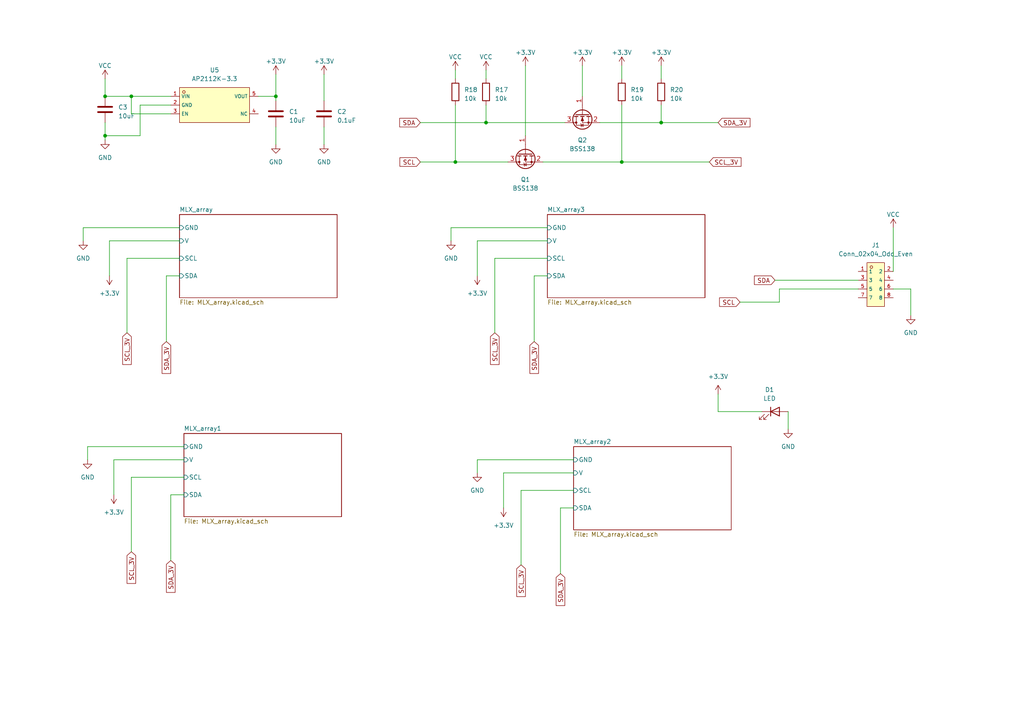
<source format=kicad_sch>
(kicad_sch (version 20230121) (generator eeschema)
  (paper "A4")
  (lib_symbols
    (symbol "Device:C" (pin_numbers hide) (pin_names (offset 0.254))
      (property "Reference" "C" (at 0.635 2.54 0))
      (property "Value" "C" (at 0.635 -2.54 0))
      (symbol "C_0_1"
        (polyline (pts (xy -2.032 -0.762) (xy 2.032 -0.762)) (stroke (width 0.508)))
        (polyline (pts (xy -2.032 0.762) (xy 2.032 0.762)) (stroke (width 0.508)))
      )
      (symbol "C_1_1"
        (pin passive line (at 0 3.81 270) (length 2.794) (name "~") (number "1"))
        (pin passive line (at 0 -3.81 90) (length 2.794) (name "~") (number "2"))
      )
    )
    (symbol "Device:LED" (pin_numbers hide) (pin_names (offset 1.016) hide)
      (property "Reference" "D" (at 0 2.54 0))
      (property "Value" "LED" (at 0 -2.54 0))
      (symbol "LED_0_1"
        (polyline (pts (xy -1.27 -1.27) (xy -1.27 1.27)) (stroke (width 0.254)))
        (polyline (pts (xy -1.27 0) (xy 1.27 0)))
        (polyline (pts (xy 1.27 -1.27) (xy 1.27 1.27) (xy -1.27 0) (xy 1.27 -1.27)) (stroke (width 0.254)))
        (polyline (pts (xy -3.048 -0.762) (xy -4.572 -2.286) (xy -3.81 -2.286) (xy -4.572 -2.286) (xy -4.572 -1.524)))
        (polyline (pts (xy -1.778 -0.762) (xy -3.302 -2.286) (xy -2.54 -2.286) (xy -3.302 -2.286) (xy -3.302 -1.524)))
      )
      (symbol "LED_1_1"
        (pin passive line (at -3.81 0 0) (length 2.54) (name "K") (number "1"))
        (pin passive line (at 3.81 0 180) (length 2.54) (name "A") (number "2"))
      )
    )
    (symbol "Device:R" (pin_numbers hide) (pin_names (offset 0))
      (property "Reference" "R" (at 2.032 0 90))
      (property "Value" "R" (at 0 0 90))
      (symbol "R_0_1"
        (rectangle (start -1.016 -2.54) (end 1.016 2.54) (stroke (width 0.254)))
      )
      (symbol "R_1_1"
        (pin passive line (at 0 3.81 270) (length 1.27) (name "~") (number "1"))
        (pin passive line (at 0 -3.81 90) (length 1.27) (name "~") (number "2"))
      )
    )
    (symbol "JLCPCB:AP2112K-3_3TRG1"
      (property "Reference" "U" (at 0 1.27 0))
      (property "Value" "AP2112K-3_3TRG1" (at 0 -2.54 0))
      (symbol "AP2112K-3_3TRG1_0_1"
        (rectangle (start -10.16 5.08) (end 10.16 -5.08) (fill (type background)))
        (circle (center -8.89 3.81) (radius 0.381) (fill (type background)))
        (pin unspecified line (at -12.7 2.54 0) (length 2.54) (name "VIN") (number "1"))
        (pin unspecified line (at -12.7 0 0) (length 2.54) (name "GND") (number "2"))
        (pin unspecified line (at -12.7 -2.54 0) (length 2.54) (name "EN") (number "3"))
        (pin unspecified line (at 12.7 -2.54 180) (length 2.54) (name "NC") (number "4"))
        (pin unspecified line (at 12.7 2.54 180) (length 2.54) (name "VOUT") (number "5"))
      )
    )
    (symbol "JLCPCB:PZ254-2-04-WS"
      (property "Reference" "U" (at 0 1.27 0))
      (property "Value" "PZ254-2-04-WS" (at 0 -2.54 0))
      (symbol "PZ254-2-04-WS_0_1"
        (rectangle (start -2.54 6.35) (end 2.54 -6.35) (fill (type background)))
        (circle (center -1.27 5.08) (radius 0.381) (fill (type background)))
        (pin unspecified line (at -5.08 3.81 0) (length 2.54) (name "1") (number "1"))
        (pin unspecified line (at 5.08 3.81 180) (length 2.54) (name "2") (number "2"))
        (pin unspecified line (at -5.08 1.27 0) (length 2.54) (name "3") (number "3"))
        (pin unspecified line (at 5.08 1.27 180) (length 2.54) (name "4") (number "4"))
        (pin unspecified line (at -5.08 -1.27 0) (length 2.54) (name "5") (number "5"))
        (pin unspecified line (at 5.08 -1.27 180) (length 2.54) (name "6") (number "6"))
        (pin unspecified line (at -5.08 -3.81 0) (length 2.54) (name "7") (number "7"))
        (pin unspecified line (at 5.08 -3.81 180) (length 2.54) (name "8") (number "8"))
      )
    )
    (symbol "Transistor_FET:BSS138" (pin_names hide)
      (property "Reference" "Q" (at 5.08 1.905 0))
      (property "Value" "BSS138" (at 5.08 0 0))
      (symbol "BSS138_0_1"
        (polyline (pts (xy 0.254 0) (xy -2.54 0)))
        (polyline (pts (xy 0.254 1.905) (xy 0.254 -1.905)) (stroke (width 0.254)))
        (polyline (pts (xy 0.762 -1.27) (xy 0.762 -2.286)) (stroke (width 0.254)))
        (polyline (pts (xy 0.762 0.508) (xy 0.762 -0.508)) (stroke (width 0.254)))
        (polyline (pts (xy 0.762 2.286) (xy 0.762 1.27)) (stroke (width 0.254)))
        (polyline (pts (xy 2.54 2.54) (xy 2.54 1.778)))
        (polyline (pts (xy 2.54 -2.54) (xy 2.54 0) (xy 0.762 0)))
        (polyline (pts (xy 0.762 -1.778) (xy 3.302 -1.778) (xy 3.302 1.778) (xy 0.762 1.778)))
        (polyline (pts (xy 1.016 0) (xy 2.032 0.381) (xy 2.032 -0.381) (xy 1.016 0)) (fill (type outline)))
        (polyline (pts (xy 2.794 0.508) (xy 2.921 0.381) (xy 3.683 0.381) (xy 3.81 0.254)))
        (polyline (pts (xy 3.302 0.381) (xy 2.921 -0.254) (xy 3.683 -0.254) (xy 3.302 0.381)))
        (circle (center 1.651 0) (radius 2.794) (stroke (width 0.254)))
        (circle (center 2.54 -1.778) (radius 0.254) (fill (type outline)))
        (circle (center 2.54 1.778) (radius 0.254) (fill (type outline)))
      )
      (symbol "BSS138_1_1"
        (pin input line (at -5.08 0 0) (length 2.54) (name "G") (number "1"))
        (pin passive line (at 2.54 -5.08 90) (length 2.54) (name "S") (number "2"))
        (pin passive line (at 2.54 5.08 270) (length 2.54) (name "D") (number "3"))
      )
    )
    (symbol "power:+3.3V" (power) (pin_names (offset 0))
      (property "Value" "+3.3V" (at 0 3.556 0))
      (symbol "+3.3V_0_1"
        (polyline (pts (xy -0.762 1.27) (xy 0 2.54)))
        (polyline (pts (xy 0 0) (xy 0 2.54)))
        (polyline (pts (xy 0 2.54) (xy 0.762 1.27)))
      )
      (symbol "+3.3V_1_1"
        (pin power_in line (at 0 0 90) (length 0) hide (name "+3.3V") (number "1"))
      )
    )
    (symbol "power:GND" (power) (pin_names (offset 0))
      (property "Value" "GND" (at 0 -3.81 0))
      (symbol "GND_0_1"
        (polyline (pts (xy 0 0) (xy 0 -1.27) (xy 1.27 -1.27) (xy 0 -2.54) (xy -1.27 -1.27) (xy 0 -1.27)))
      )
      (symbol "GND_1_1"
        (pin power_in line (at 0 0 270) (length 0) hide (name "GND") (number "1"))
      )
    )
    (symbol "power:VCC" (power) (pin_names (offset 0))
      (property "Value" "VCC" (at 0 3.81 0))
      (symbol "VCC_0_1"
        (polyline (pts (xy -0.762 1.27) (xy 0 2.54)))
        (polyline (pts (xy 0 0) (xy 0 2.54)))
        (polyline (pts (xy 0 2.54) (xy 0.762 1.27)))
      )
      (symbol "VCC_1_1"
        (pin power_in line (at 0 0 90) (length 0) hide (name "VCC") (number "1"))
      )
    )
  )
  (junction (at 180.34 46.99))
  (junction (at 191.77 35.56))
  (junction (at 30.48 27.94))
  (junction (at 30.48 39.37))
  (junction (at 140.97 35.56))
  (junction (at 80.01 27.94))
  (junction (at 38.1 27.94))
  (junction (at 132.08 46.99))
  (wire (pts (xy 30.48 35.56) (xy 30.48 39.37)))
  (wire (pts (xy 49.53 143.51) (xy 49.53 162.56)))
  (wire (pts (xy 224.79 81.28) (xy 248.92 81.28)))
  (wire (pts (xy 226.06 83.82) (xy 248.92 83.82)))
  (wire (pts (xy 208.28 119.38) (xy 220.98 119.38)))
  (wire (pts (xy 80.01 21.59) (xy 80.01 27.94)))
  (wire (pts (xy 180.34 30.48) (xy 180.34 46.99)))
  (wire (pts (xy 158.75 69.85) (xy 138.43 69.85)))
  (wire (pts (xy 191.77 30.48) (xy 191.77 35.56)))
  (wire (pts (xy 166.37 137.16) (xy 146.05 137.16)))
  (wire (pts (xy 140.97 20.32) (xy 140.97 22.86)))
  (wire (pts (xy 138.43 133.35) (xy 138.43 137.16)))
  (wire (pts (xy 40.64 39.37) (xy 30.48 39.37)))
  (wire (pts (xy 140.97 35.56) (xy 140.97 30.48)))
  (wire (pts (xy 158.75 80.01) (xy 154.94 80.01)))
  (wire (pts (xy 48.26 80.01) (xy 48.26 99.06)))
  (wire (pts (xy 53.34 133.35) (xy 33.02 133.35)))
  (wire (pts (xy 138.43 69.85) (xy 138.43 80.01)))
  (wire (pts (xy 38.1 33.02) (xy 38.1 27.94)))
  (wire (pts (xy 146.05 137.16) (xy 146.05 147.32)))
  (wire (pts (xy 166.37 142.24) (xy 151.13 142.24)))
  (wire (pts (xy 74.93 27.94) (xy 80.01 27.94)))
  (wire (pts (xy 180.34 19.05) (xy 180.34 22.86)))
  (wire (pts (xy 49.53 33.02) (xy 38.1 33.02)))
  (wire (pts (xy 132.08 20.32) (xy 132.08 22.86)))
  (wire (pts (xy 191.77 35.56) (xy 208.28 35.56)))
  (wire (pts (xy 259.08 66.04) (xy 259.08 78.74)))
  (wire (pts (xy 53.34 129.54) (xy 25.4 129.54)))
  (wire (pts (xy 166.37 133.35) (xy 138.43 133.35)))
  (wire (pts (xy 191.77 19.05) (xy 191.77 22.86)))
  (wire (pts (xy 158.75 74.93) (xy 143.51 74.93)))
  (wire (pts (xy 49.53 30.48) (xy 40.64 30.48)))
  (wire (pts (xy 30.48 27.94) (xy 38.1 27.94)))
  (wire (pts (xy 158.75 66.04) (xy 130.81 66.04)))
  (wire (pts (xy 259.08 83.82) (xy 264.16 83.82)))
  (wire (pts (xy 52.07 69.85) (xy 31.75 69.85)))
  (wire (pts (xy 214.63 87.63) (xy 226.06 87.63)))
  (wire (pts (xy 36.83 74.93) (xy 36.83 96.52)))
  (wire (pts (xy 226.06 87.63) (xy 226.06 83.82)))
  (wire (pts (xy 52.07 66.04) (xy 24.13 66.04)))
  (wire (pts (xy 52.07 74.93) (xy 36.83 74.93)))
  (wire (pts (xy 31.75 69.85) (xy 31.75 80.01)))
  (wire (pts (xy 154.94 80.01) (xy 154.94 99.06)))
  (wire (pts (xy 38.1 138.43) (xy 38.1 160.02)))
  (wire (pts (xy 180.34 46.99) (xy 205.74 46.99)))
  (wire (pts (xy 80.01 36.83) (xy 80.01 41.91)))
  (wire (pts (xy 264.16 83.82) (xy 264.16 91.44)))
  (wire (pts (xy 163.83 35.56) (xy 140.97 35.56)))
  (wire (pts (xy 25.4 129.54) (xy 25.4 133.35)))
  (wire (pts (xy 228.6 119.38) (xy 228.6 124.46)))
  (wire (pts (xy 132.08 46.99) (xy 132.08 30.48)))
  (wire (pts (xy 191.77 35.56) (xy 173.99 35.56)))
  (wire (pts (xy 168.91 19.05) (xy 168.91 27.94)))
  (wire (pts (xy 166.37 147.32) (xy 162.56 147.32)))
  (wire (pts (xy 80.01 27.94) (xy 80.01 29.21)))
  (wire (pts (xy 53.34 143.51) (xy 49.53 143.51)))
  (wire (pts (xy 53.34 138.43) (xy 38.1 138.43)))
  (wire (pts (xy 30.48 39.37) (xy 30.48 40.64)))
  (wire (pts (xy 93.98 36.83) (xy 93.98 41.91)))
  (wire (pts (xy 143.51 74.93) (xy 143.51 96.52)))
  (wire (pts (xy 121.92 46.99) (xy 132.08 46.99)))
  (wire (pts (xy 162.56 147.32) (xy 162.56 166.37)))
  (wire (pts (xy 147.32 46.99) (xy 132.08 46.99)))
  (wire (pts (xy 33.02 133.35) (xy 33.02 143.51)))
  (wire (pts (xy 52.07 80.01) (xy 48.26 80.01)))
  (wire (pts (xy 38.1 27.94) (xy 49.53 27.94)))
  (wire (pts (xy 152.4 19.05) (xy 152.4 39.37)))
  (wire (pts (xy 40.64 30.48) (xy 40.64 39.37)))
  (wire (pts (xy 93.98 21.59) (xy 93.98 29.21)))
  (wire (pts (xy 151.13 142.24) (xy 151.13 163.83)))
  (wire (pts (xy 121.92 35.56) (xy 140.97 35.56)))
  (wire (pts (xy 30.48 22.86) (xy 30.48 27.94)))
  (wire (pts (xy 24.13 66.04) (xy 24.13 69.85)))
  (wire (pts (xy 130.81 66.04) (xy 130.81 69.85)))
  (wire (pts (xy 180.34 46.99) (xy 157.48 46.99)))
  (wire (pts (xy 208.28 114.3) (xy 208.28 119.38)))
  (global_label "SDA_3V" (shape input) (at 48.26 99.06 270) (property "Intersheetrefs" "${INTERSHEET_REFS}" (effects hide)))
  (global_label "SCL" (shape input) (at 214.63 87.63 180) (property "Intersheetrefs" "${INTERSHEET_REFS}" (effects hide)))
  (global_label "SDA_3V" (shape input) (at 49.53 162.56 270) (property "Intersheetrefs" "${INTERSHEET_REFS}" (effects hide)))
  (global_label "SCL_3V" (shape input) (at 36.83 96.52 270) (property "Intersheetrefs" "${INTERSHEET_REFS}" (effects hide)))
  (global_label "SDA_3V" (shape input) (at 162.56 166.37 270) (property "Intersheetrefs" "${INTERSHEET_REFS}" (effects hide)))
  (global_label "SCL" (shape input) (at 121.92 46.99 180) (property "Intersheetrefs" "${INTERSHEET_REFS}" (effects hide)))
  (global_label "SCL_3V" (shape input) (at 143.51 96.52 270) (property "Intersheetrefs" "${INTERSHEET_REFS}" (effects hide)))
  (global_label "SDA" (shape input) (at 224.79 81.28 180) (property "Intersheetrefs" "${INTERSHEET_REFS}" (effects hide)))
  (global_label "SDA_3V" (shape input) (at 154.94 99.06 270) (property "Intersheetrefs" "${INTERSHEET_REFS}" (effects hide)))
  (global_label "SCL_3V" (shape input) (at 38.1 160.02 270) (property "Intersheetrefs" "${INTERSHEET_REFS}" (effects hide)))
  (global_label "SDA_3V" (shape input) (at 208.28 35.56 0) (property "Intersheetrefs" "${INTERSHEET_REFS}" (effects hide)))
  (global_label "SCL_3V" (shape input) (at 151.13 163.83 270) (property "Intersheetrefs" "${INTERSHEET_REFS}" (effects hide)))
  (global_label "SDA" (shape input) (at 121.92 35.56 180) (property "Intersheetrefs" "${INTERSHEET_REFS}" (effects hide)))
  (global_label "SCL_3V" (shape input) (at 205.74 46.99 0) (property "Intersheetrefs" "${INTERSHEET_REFS}" (effects hide)))
  (symbol (lib_id "power:+3.3V") (at 80.01 21.59 0) (unit 1)
    (property "Reference" "#PWR015" (effects hide))
    (property "Value" "+3.3V" (at 80.01 17.78 0))
  )
  (symbol (lib_id "power:+3.3V") (at 31.75 80.01 180) (unit 1)
    (property "Reference" "#PWR09" (effects hide))
    (property "Value" "+3.3V" (at 31.75 85.09 0))
  )
  (symbol (lib_id "Device:R") (at 180.34 26.67 0) (unit 1)
    (property "Reference" "R19" (at 182.88 26.035 0) (effects (justify left)))
    (property "Value" "10k" (at 182.88 28.575 0) (effects (justify left)))
    (property "Footprint" "Resistor_SMD:R_0603_1608Metric" (effects hide))
    (property "LCSC" "C13564" (effects hide))
  )
  (symbol (lib_id "power:+3.3V") (at 152.4 19.05 0) (unit 1)
    (property "Reference" "#PWR028" (effects hide))
    (property "Value" "+3.3V" (at 152.4 15.24 0))
  )
  (symbol (lib_id "Device:R") (at 132.08 26.67 0) (unit 1)
    (property "Reference" "R18" (at 134.62 26.035 0) (effects (justify left)))
    (property "Value" "10k" (at 134.62 28.575 0) (effects (justify left)))
    (property "Footprint" "Resistor_SMD:R_0603_1608Metric" (effects hide))
    (property "LCSC" "C13564" (effects hide))
  )
  (symbol (lib_id "power:GND") (at 264.16 91.44 0) (unit 1)
    (property "Reference" "#PWR033" (effects hide))
    (property "Value" "GND" (at 264.16 96.52 0))
  )
  (symbol (lib_id "power:GND") (at 80.01 41.91 0) (unit 1)
    (property "Reference" "#PWR022" (effects hide))
    (property "Value" "GND" (at 80.01 46.99 0))
  )
  (symbol (lib_id "JLCPCB:PZ254-2-04-WS") (at 254 82.55 0) (unit 1)
    (property "Reference" "J1" (at 254 71.12 0))
    (property "Value" "Conn_02x04_Odd_Even" (at 254 73.66 0))
    (property "Footprint" "JLCPCB:HDR-SMD_8P-P2.54-H-M-R2-C4_2" (effects hide))
    (property "Datasheet" "https://atta.szlcsc.com/upload/public/pdf/source/20220914/7DA156E2DF93CE0A99D7406FDCB0C9E6.pdf" (effects hide))
    (property "LCSC" "C5149354" (effects hide))
  )
  (symbol (lib_id "power:+3.3V") (at 168.91 19.05 0) (unit 1)
    (property "Reference" "#PWR029" (effects hide))
    (property "Value" "+3.3V" (at 168.91 15.24 0))
  )
  (symbol (lib_id "power:+3.3V") (at 208.28 114.3 0) (unit 1)
    (property "Reference" "#PWR014" (effects hide))
    (property "Value" "+3.3V" (at 208.28 109.22 0))
  )
  (symbol (lib_id "power:+3.3V") (at 191.77 19.05 0) (unit 1)
    (property "Reference" "#PWR031" (effects hide))
    (property "Value" "+3.3V" (at 191.77 15.24 0))
  )
  (symbol (lib_id "power:GND") (at 228.6 124.46 0) (unit 1)
    (property "Reference" "#PWR05" (effects hide))
    (property "Value" "GND" (at 228.6 129.54 0))
  )
  (symbol (lib_id "power:VCC") (at 140.97 20.32 0) (unit 1)
    (property "Reference" "#PWR027" (effects hide))
    (property "Value" "VCC" (at 140.97 16.51 0))
  )
  (symbol (lib_id "Transistor_FET:BSS138") (at 168.91 33.02 90) (mirror x) (unit 1)
    (property "Reference" "Q2" (at 168.91 40.64 90))
    (property "Value" "BSS138" (at 168.91 43.18 90))
    (property "Footprint" "Package_TO_SOT_SMD:SOT-23" (effects hide))
    (property "Datasheet" "https://www.onsemi.com/pub/Collateral/BSS138-D.PDF" (effects hide))
    (property "LCSC" "C75547" (effects hide))
  )
  (symbol (lib_id "Device:C") (at 93.98 33.02 0) (unit 1)
    (property "Reference" "C2" (at 97.79 32.385 0) (effects (justify left)))
    (property "Value" "0.1uF" (at 97.79 34.925 0) (effects (justify left)))
    (property "Footprint" "Capacitor_SMD:C_0603_1608Metric" (effects hide))
    (property "LCSC" "C1590" (effects hide))
  )
  (symbol (lib_id "power:GND") (at 93.98 41.91 0) (unit 1)
    (property "Reference" "#PWR025" (effects hide))
    (property "Value" "GND" (at 93.98 46.99 0))
  )
  (symbol (lib_id "Device:LED") (at 224.79 119.38 0) (unit 1)
    (property "Reference" "D1" (at 223.2025 113.03 0))
    (property "Value" "LED" (at 223.2025 115.57 0))
    (property "Footprint" "LED_SMD:LED_0603_1608Metric" (effects hide))
  )
  (symbol (lib_id "power:GND") (at 130.81 69.85 0) (unit 1)
    (property "Reference" "#PWR099" (effects hide))
    (property "Value" "GND" (at 130.81 74.93 0))
  )
  (symbol (lib_id "Device:C") (at 80.01 33.02 0) (unit 1)
    (property "Reference" "C1" (at 83.82 32.385 0) (effects (justify left)))
    (property "Value" "10uF" (at 83.82 34.925 0) (effects (justify left)))
    (property "Footprint" "Capacitor_SMD:C_0603_1608Metric" (effects hide))
    (property "LCSC" "C19702" (effects hide))
  )
  (symbol (lib_id "power:GND") (at 25.4 133.35 0) (unit 1)
    (property "Reference" "#PWR023" (effects hide))
    (property "Value" "GND" (at 25.4 138.43 0))
  )
  (symbol (lib_id "power:VCC") (at 259.08 66.04 0) (unit 1)
    (property "Reference" "#PWR032" (effects hide))
    (property "Value" "VCC" (at 259.08 62.23 0))
  )
  (symbol (lib_id "power:GND") (at 24.13 69.85 0) (unit 1)
    (property "Reference" "#PWR06" (effects hide))
    (property "Value" "GND" (at 24.13 74.93 0))
  )
  (symbol (lib_id "Device:R") (at 191.77 26.67 0) (unit 1)
    (property "Reference" "R20" (at 194.31 26.035 0) (effects (justify left)))
    (property "Value" "10k" (at 194.31 28.575 0) (effects (justify left)))
    (property "Footprint" "Resistor_SMD:R_0603_1608Metric" (effects hide))
    (property "LCSC" "C13564" (effects hide))
  )
  (symbol (lib_id "Device:R") (at 140.97 26.67 0) (unit 1)
    (property "Reference" "R17" (at 143.51 26.035 0) (effects (justify left)))
    (property "Value" "10k" (at 143.51 28.575 0) (effects (justify left)))
    (property "Footprint" "Resistor_SMD:R_0603_1608Metric" (effects hide))
    (property "LCSC" "C13564" (effects hide))
  )
  (symbol (lib_id "power:VCC") (at 132.08 20.32 0) (unit 1)
    (property "Reference" "#PWR026" (effects hide))
    (property "Value" "VCC" (at 132.08 16.51 0))
  )
  (symbol (lib_id "power:+3.3V") (at 138.43 80.01 180) (unit 1)
    (property "Reference" "#PWR0100" (effects hide))
    (property "Value" "+3.3V" (at 138.43 85.09 0))
  )
  (symbol (lib_id "power:+3.3V") (at 93.98 21.59 0) (unit 1)
    (property "Reference" "#PWR016" (effects hide))
    (property "Value" "+3.3V" (at 93.98 17.78 0))
  )
  (symbol (lib_id "power:GND") (at 138.43 137.16 0) (unit 1)
    (property "Reference" "#PWR071" (effects hide))
    (property "Value" "GND" (at 138.43 142.24 0))
  )
  (symbol (lib_id "power:GND") (at 30.48 40.64 0) (unit 1)
    (property "Reference" "#PWR021" (effects hide))
    (property "Value" "GND" (at 30.48 45.72 0))
  )
  (symbol (lib_id "power:+3.3V") (at 180.34 19.05 0) (unit 1)
    (property "Reference" "#PWR030" (effects hide))
    (property "Value" "+3.3V" (at 180.34 15.24 0))
  )
  (symbol (lib_id "power:+3.3V") (at 33.02 143.51 180) (unit 1)
    (property "Reference" "#PWR038" (effects hide))
    (property "Value" "+3.3V" (at 33.02 148.59 0))
  )
  (symbol (lib_id "Transistor_FET:BSS138") (at 152.4 44.45 90) (mirror x) (unit 1)
    (property "Reference" "Q1" (at 152.4 52.07 90))
    (property "Value" "BSS138" (at 152.4 54.61 90))
    (property "Footprint" "Package_TO_SOT_SMD:SOT-23" (effects hide))
    (property "Datasheet" "https://www.onsemi.com/pub/Collateral/BSS138-D.PDF" (effects hide))
    (property "LCSC" "C75547" (effects hide))
  )
  (symbol (lib_id "JLCPCB:AP2112K-3_3TRG1") (at 62.23 30.48 0) (unit 1)
    (property "Reference" "U5" (at 62.23 20.32 0))
    (property "Value" "AP2112K-3.3" (at 62.23 22.86 0))
    (property "Footprint" "JLCPCB:SOT-25-5_L2.9-W1.6-P0.95-LS2.8-BL" (effects hide))
    (property "Datasheet" "https://atta.szlcsc.com/upload/public/pdf/source/20180521/C216647_DB6DD3A958B257C676AC8B0A0A0AE735.pdf" (effects hide))
    (property "LCSC" "C51118" (effects hide))
  )
  (symbol (lib_id "power:+3.3V") (at 146.05 147.32 180) (unit 1)
    (property "Reference" "#PWR072" (effects hide))
    (property "Value" "+3.3V" (at 146.05 152.4 0))
  )
  (symbol (lib_id "Device:C") (at 30.48 31.75 0) (unit 1)
    (property "Reference" "C3" (at 34.29 31.115 0) (effects (justify left)))
    (property "Value" "10uF" (at 34.29 33.655 0) (effects (justify left)))
    (property "Footprint" "Capacitor_SMD:C_0603_1608Metric" (effects hide))
    (property "LCSC" "C19702" (effects hide))
  )
  (symbol (lib_id "power:VCC") (at 30.48 22.86 0) (unit 1)
    (property "Reference" "#PWR010" (effects hide))
    (property "Value" "VCC" (at 30.48 19.05 0))
  )
  (sheet (at 166.37 129.54) (size 45.72 24.13) (stroke (width 0.1524))
    (property "Sheetname" "MLX_array2" (at 166.37 128.8284 0) (effects (justify left bottom)))
    (property "Sheetfile" "MLX_array.kicad_sch" (at 166.37 154.2546 0) (effects (justify left top)))
    (pin "GND" input (at 166.37 133.35 180))
    (pin "V" input (at 166.37 137.16 180))
    (pin "SCL" input (at 166.37 142.24 180))
    (pin "SDA" input (at 166.37 147.32 180))
  )
  (sheet (at 158.75 62.23) (size 45.72 24.13) (stroke (width 0.1524))
    (property "Sheetname" "MLX_array3" (at 158.75 61.5184 0) (effects (justify left bottom)))
    (property "Sheetfile" "MLX_array.kicad_sch" (at 158.75 86.9446 0) (effects (justify left top)))
    (pin "GND" input (at 158.75 66.04 180))
    (pin "V" input (at 158.75 69.85 180))
    (pin "SCL" input (at 158.75 74.93 180))
    (pin "SDA" input (at 158.75 80.01 180))
  )
  (sheet (at 52.07 62.23) (size 45.72 24.13) (stroke (width 0.1524))
    (property "Sheetname" "MLX_array" (at 52.07 61.5184 0) (effects (justify left bottom)))
    (property "Sheetfile" "MLX_array.kicad_sch" (at 52.07 86.9446 0) (effects (justify left top)))
    (pin "GND" input (at 52.07 66.04 180))
    (pin "V" input (at 52.07 69.85 180))
    (pin "SCL" input (at 52.07 74.93 180))
    (pin "SDA" input (at 52.07 80.01 180))
  )
  (sheet (at 53.34 125.73) (size 45.72 24.13) (stroke (width 0.1524))
    (property "Sheetname" "MLX_array1" (at 53.34 125.0184 0) (effects (justify left bottom)))
    (property "Sheetfile" "MLX_array.kicad_sch" (at 53.34 150.4446 0) (effects (justify left top)))
    (pin "GND" input (at 53.34 129.54 180))
    (pin "V" input (at 53.34 133.35 180))
    (pin "SCL" input (at 53.34 138.43 180))
    (pin "SDA" input (at 53.34 143.51 180))
  )
)
</source>
